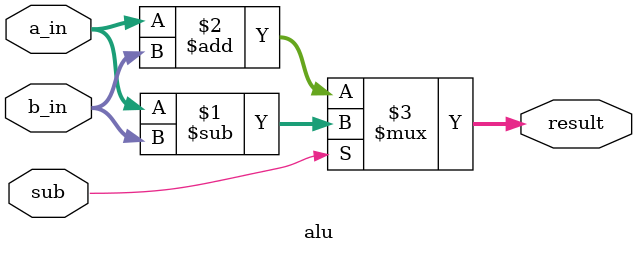
<source format=v>
`timescale 1ns / 1ps

module alu #(
    parameter WIDTH = 8
)(
    input wire [WIDTH-1:0] a_in,
    input wire [WIDTH-1:0] b_in,
    input wire sub,
    output wire [WIDTH-1:0] result
);

    assign result  = sub ? (a_in - b_in) : (a_in + b_in);

endmodule

</source>
